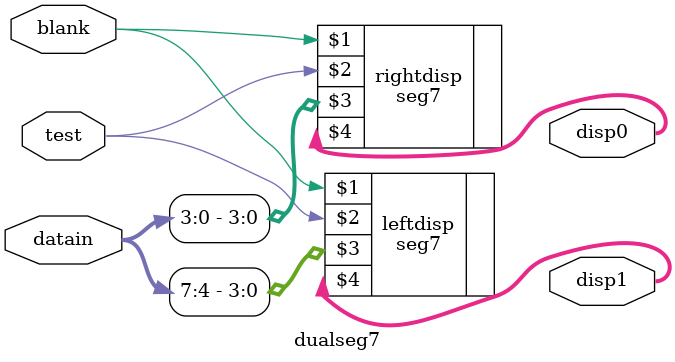
<source format=sv>
/*
	name:Xiangyu Dou
	Lab Number:Lab3
	module name : dualseg7
	function: This is instantiated using the seg7 module
*/
module dualseg7 (input logic blank, test,
	             input logic [7:0] datain,
	             
				 output logic [6:0] disp0, disp1);
				 
     seg7 leftdisp (blank, test, datain[7:4], disp1);
     seg7 rightdisp (blank,test, datain[3:0], disp0);
	 
endmodule

</source>
